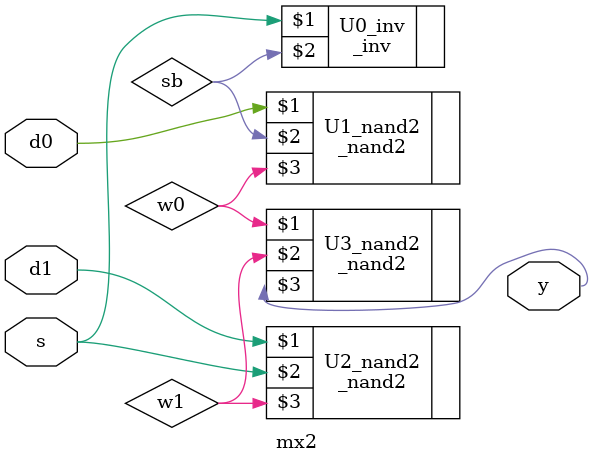
<source format=v>
module mx2(d0, d1, s, y); 	//1-bit 2-to-1 mux module
	input d0, d1, s; 			//input define
	output y; 					//output define

	_inv U0_inv(s, sb);
	_nand2 U1_nand2(d0, sb, w0);
	_nand2 U2_nand2(d1, s, w1);
	_nand2 U3_nand2(w0, w1, y); //calculate mx2
endmodule

</source>
